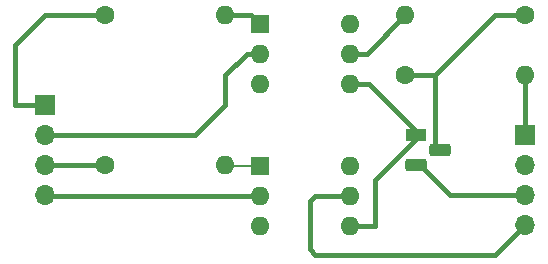
<source format=gbr>
%TF.GenerationSoftware,KiCad,Pcbnew,8.0.6*%
%TF.CreationDate,2025-02-01T10:00:46+01:00*%
%TF.ProjectId,Optoisolatore_K40_1.0,4f70746f-6973-46f6-9c61-746f72655f4b,rev?*%
%TF.SameCoordinates,Original*%
%TF.FileFunction,Copper,L1,Top*%
%TF.FilePolarity,Positive*%
%FSLAX46Y46*%
G04 Gerber Fmt 4.6, Leading zero omitted, Abs format (unit mm)*
G04 Created by KiCad (PCBNEW 8.0.6) date 2025-02-01 10:00:46*
%MOMM*%
%LPD*%
G01*
G04 APERTURE LIST*
G04 Aperture macros list*
%AMRoundRect*
0 Rectangle with rounded corners*
0 $1 Rounding radius*
0 $2 $3 $4 $5 $6 $7 $8 $9 X,Y pos of 4 corners*
0 Add a 4 corners polygon primitive as box body*
4,1,4,$2,$3,$4,$5,$6,$7,$8,$9,$2,$3,0*
0 Add four circle primitives for the rounded corners*
1,1,$1+$1,$2,$3*
1,1,$1+$1,$4,$5*
1,1,$1+$1,$6,$7*
1,1,$1+$1,$8,$9*
0 Add four rect primitives between the rounded corners*
20,1,$1+$1,$2,$3,$4,$5,0*
20,1,$1+$1,$4,$5,$6,$7,0*
20,1,$1+$1,$6,$7,$8,$9,0*
20,1,$1+$1,$8,$9,$2,$3,0*%
G04 Aperture macros list end*
%TA.AperFunction,ComponentPad*%
%ADD10R,1.700000X1.700000*%
%TD*%
%TA.AperFunction,ComponentPad*%
%ADD11O,1.700000X1.700000*%
%TD*%
%TA.AperFunction,ComponentPad*%
%ADD12C,1.600000*%
%TD*%
%TA.AperFunction,ComponentPad*%
%ADD13O,1.600000X1.600000*%
%TD*%
%TA.AperFunction,ComponentPad*%
%ADD14R,1.800000X1.100000*%
%TD*%
%TA.AperFunction,ComponentPad*%
%ADD15RoundRect,0.275000X-0.625000X0.275000X-0.625000X-0.275000X0.625000X-0.275000X0.625000X0.275000X0*%
%TD*%
%TA.AperFunction,ComponentPad*%
%ADD16R,1.600000X1.600000*%
%TD*%
%TA.AperFunction,Conductor*%
%ADD17C,0.400000*%
%TD*%
%TA.AperFunction,Conductor*%
%ADD18C,0.200000*%
%TD*%
G04 APERTURE END LIST*
D10*
%TO.P,J2,1,Pin_1*%
%TO.N,PWM-input*%
X121920000Y-83820000D03*
D11*
%TO.P,J2,2,Pin_2*%
%TO.N,Gnd_Input*%
X121920000Y-86360000D03*
%TO.P,J2,3,Pin_3*%
%TO.N,3.3v input*%
X121920000Y-88900000D03*
%TO.P,J2,4,Pin_4*%
%TO.N,Enable 3.3v *%
X121920000Y-91440000D03*
%TD*%
D12*
%TO.P,R6,1*%
%TO.N,Net-(Q1-G)*%
X152400000Y-81280000D03*
D13*
%TO.P,R6,2*%
%TO.N,+ 5V      Laser_K40*%
X162560000Y-81280000D03*
%TD*%
D12*
%TO.P,R7,1*%
%TO.N,Net-(Q1-G)*%
X162560000Y-76200000D03*
D13*
%TO.P,R7,2*%
%TO.N,Net-(R7-Pad2)*%
X152400000Y-76200000D03*
%TD*%
D14*
%TO.P,Q1,1,S*%
%TO.N,GND       Laser_K40*%
X153270000Y-86360000D03*
D15*
%TO.P,Q1,2,G*%
%TO.N,Net-(Q1-G)*%
X155340000Y-87630000D03*
%TO.P,Q1,3,D*%
%TO.N,PWM-IN   LASER_k40*%
X153270000Y-88900000D03*
%TD*%
D16*
%TO.P,U1,1*%
%TO.N,Net-(R2-Pad2)*%
X140080000Y-76950000D03*
D13*
%TO.P,U1,2*%
%TO.N,Gnd_Input*%
X140080000Y-79490000D03*
%TO.P,U1,3,NC*%
%TO.N,unconnected-(U1-NC-Pad3)*%
X140080000Y-82030000D03*
%TO.P,U1,4*%
%TO.N,GND       Laser_K40*%
X147700000Y-82030000D03*
%TO.P,U1,5*%
%TO.N,Net-(R7-Pad2)*%
X147700000Y-79490000D03*
%TO.P,U1,6*%
%TO.N,unconnected-(U1-Pad6)*%
X147700000Y-76950000D03*
%TD*%
D12*
%TO.P,R2,1*%
%TO.N,PWM-input*%
X127000000Y-76200000D03*
D13*
%TO.P,R2,2*%
%TO.N,Net-(R2-Pad2)*%
X137160000Y-76200000D03*
%TD*%
D10*
%TO.P,J1,1,Pin_1*%
%TO.N,+ 5V      Laser_K40*%
X162560000Y-86360000D03*
D11*
%TO.P,J1,2,Pin_2*%
%TO.N,GND       Laser_K40*%
X162560000Y-88900000D03*
%TO.P,J1,3,Pin_3*%
%TO.N,PWM-IN   LASER_k40*%
X162560000Y-91440000D03*
%TO.P,J1,4,Pin_4*%
%TO.N,Enable-L  Laser_K40*%
X162560000Y-93980000D03*
%TD*%
D12*
%TO.P,R4,1*%
%TO.N,3.3v input*%
X127000000Y-88900000D03*
D13*
%TO.P,R4,2*%
%TO.N,Net-(R4-Pad2)*%
X137160000Y-88900000D03*
%TD*%
D16*
%TO.P,U2,1*%
%TO.N,Net-(R4-Pad2)*%
X140080000Y-88915000D03*
D13*
%TO.P,U2,2*%
%TO.N,Enable 3.3v *%
X140080000Y-91455000D03*
%TO.P,U2,3,NC*%
%TO.N,unconnected-(U2-NC-Pad3)*%
X140080000Y-93995000D03*
%TO.P,U2,4*%
%TO.N,GND       Laser_K40*%
X147700000Y-93995000D03*
%TO.P,U2,5*%
%TO.N,Enable-L  Laser_K40*%
X147700000Y-91455000D03*
%TO.P,U2,6*%
%TO.N,unconnected-(U2-Pad6)*%
X147700000Y-88915000D03*
%TD*%
D17*
%TO.N,GND       Laser_K40*%
X150495000Y-83185000D02*
X153670000Y-86360000D01*
X147700000Y-82030000D02*
X149340000Y-82030000D01*
X147700000Y-93995000D02*
X149860000Y-93995000D01*
X153670000Y-86360000D02*
X149860000Y-90170000D01*
X149860000Y-90170000D02*
X149860000Y-93995000D01*
X149340000Y-82030000D02*
X150495000Y-83185000D01*
D18*
%TO.N,Net-(R4-Pad2)*%
X140065000Y-88900000D02*
X140080000Y-88915000D01*
X140080000Y-88915000D02*
X137175000Y-88915000D01*
X137175000Y-88915000D02*
X137160000Y-88900000D01*
D17*
%TO.N,Enable-L  Laser_K40*%
X144765000Y-91455000D02*
X147700000Y-91455000D01*
X144280000Y-96020000D02*
X144280000Y-91940000D01*
X160020000Y-96520000D02*
X162560000Y-93980000D01*
X144280000Y-91940000D02*
X144765000Y-91455000D01*
X144780000Y-96520000D02*
X160020000Y-96520000D01*
X144780000Y-96520000D02*
X144280000Y-96020000D01*
%TO.N,+ 5V      Laser_K40*%
X162560000Y-81280000D02*
X162560000Y-86360000D01*
%TO.N,PWM-IN   LASER_k40*%
X162560000Y-91440000D02*
X156210000Y-91440000D01*
X156210000Y-91440000D02*
X153670000Y-88900000D01*
%TO.N,Gnd_Input*%
X138950000Y-79490000D02*
X140080000Y-79490000D01*
X137160000Y-83820000D02*
X137160000Y-81280000D01*
X134620000Y-86360000D02*
X137160000Y-83820000D01*
X121920000Y-86360000D02*
X134620000Y-86360000D01*
X137160000Y-81280000D02*
X138950000Y-79490000D01*
%TO.N,3.3v input*%
X127000000Y-88900000D02*
X121920000Y-88900000D01*
%TO.N,Enable 3.3v *%
X140080000Y-91455000D02*
X121935000Y-91455000D01*
X121935000Y-91455000D02*
X121920000Y-91440000D01*
%TO.N,Net-(Q1-G)*%
X162560000Y-76200000D02*
X160020000Y-76200000D01*
X154940000Y-87630000D02*
X154940000Y-81280000D01*
X160020000Y-76200000D02*
X154940000Y-81280000D01*
X154940000Y-81280000D02*
X152400000Y-81280000D01*
%TO.N,Net-(R2-Pad2)*%
X139330000Y-76200000D02*
X140080000Y-76950000D01*
X137160000Y-76200000D02*
X139330000Y-76200000D01*
%TO.N,Net-(R7-Pad2)*%
X149110000Y-79490000D02*
X147700000Y-79490000D01*
X152400000Y-76200000D02*
X149110000Y-79490000D01*
%TO.N,PWM-input*%
X127000000Y-76200000D02*
X121920000Y-76200000D01*
X121920000Y-83820000D02*
X119380000Y-83820000D01*
X121920000Y-76200000D02*
X119380000Y-78740000D01*
X119380000Y-78740000D02*
X119380000Y-83820000D01*
%TD*%
M02*

</source>
